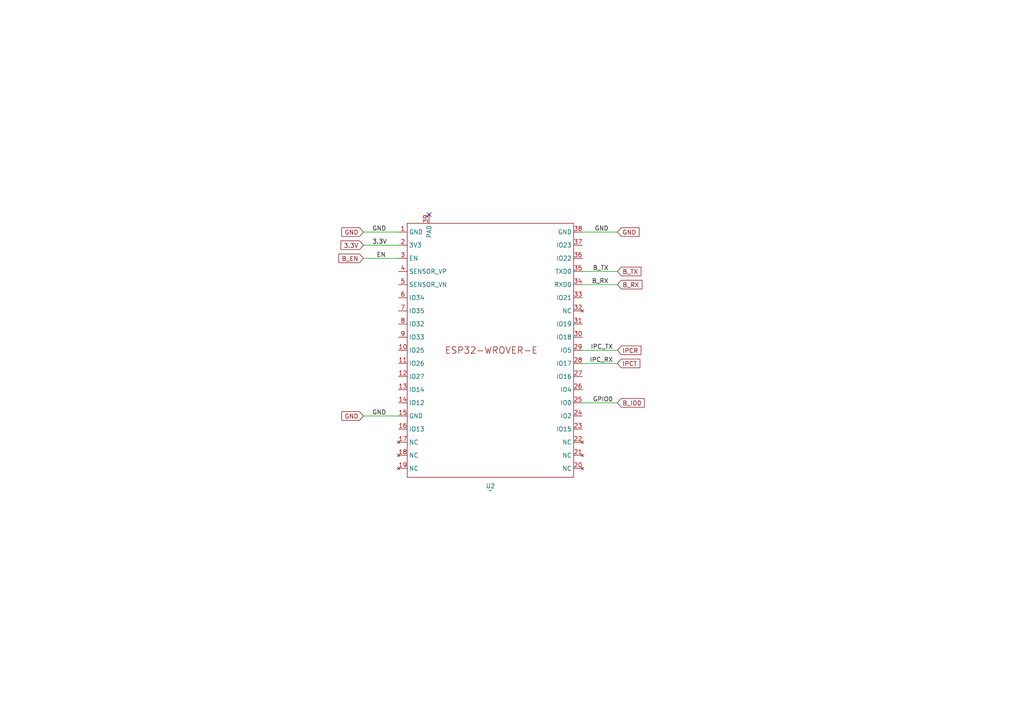
<source format=kicad_sch>
(kicad_sch (version 20231120) (generator "eeschema") (generator_version "8.0")
  (paper "A4")
  (lib_symbols
    (symbol "Camera_Components:esp32-wrover-e"
      (property "Reference" "U" (at 0 0 0))
      (symbol "esp32-wrover-e_0_1"
        (rectangle (start 17.78 81.28) (end 66.04 7.62))
      )
      (symbol "esp32-wrover-e_1_1"
        (text "ESP32-WROVER-E" (at 42.164 44.45 0) (effects (font (size 1.905 1.905))))
        (pin input line (at 15.24 78.74 0) (length 2.54) (name "GND") (number "1"))
        (pin bidirectional line (at 15.24 44.45 0) (length 2.54) (name "IO25") (number "10"))
        (pin bidirectional line (at 15.24 40.64 0) (length 2.54) (name "IO26") (number "11"))
        (pin bidirectional line (at 15.24 36.83 0) (length 2.54) (name "IO27") (number "12"))
        (pin bidirectional line (at 15.24 33.02 0) (length 2.54) (name "IO14") (number "13"))
        (pin bidirectional line (at 15.24 29.21 0) (length 2.54) (name "IO12") (number "14"))
        (pin input line (at 15.24 25.4 0) (length 2.54) (name "GND") (number "15"))
        (pin bidirectional line (at 15.24 21.59 0) (length 2.54) (name "IO13") (number "16"))
        (pin no_connect line (at 15.24 17.78 0) (length 2.54) (name "NC") (number "17"))
        (pin no_connect line (at 15.24 13.97 0) (length 2.54) (name "NC") (number "18"))
        (pin no_connect line (at 15.24 10.16 0) (length 2.54) (name "NC") (number "19"))
        (pin power_in line (at 15.24 74.93 0) (length 2.54) (name "3V3") (number "2"))
        (pin no_connect line (at 68.58 10.16 180) (length 2.54) (name "NC") (number "20"))
        (pin no_connect line (at 68.58 13.97 180) (length 2.54) (name "NC") (number "21"))
        (pin no_connect line (at 68.58 17.78 180) (length 2.54) (name "NC") (number "22"))
        (pin bidirectional line (at 68.58 21.59 180) (length 2.54) (name "IO15") (number "23"))
        (pin bidirectional line (at 68.58 25.4 180) (length 2.54) (name "IO2") (number "24"))
        (pin bidirectional line (at 68.58 29.21 180) (length 2.54) (name "IO0") (number "25"))
        (pin bidirectional line (at 68.58 33.02 180) (length 2.54) (name "IO4") (number "26"))
        (pin bidirectional line (at 68.58 36.83 180) (length 2.54) (name "IO16") (number "27"))
        (pin bidirectional line (at 68.58 40.64 180) (length 2.54) (name "IO17") (number "28"))
        (pin bidirectional line (at 68.58 44.45 180) (length 2.54) (name "IO5") (number "29"))
        (pin input line (at 15.24 71.12 0) (length 2.54) (name "EN") (number "3"))
        (pin bidirectional line (at 68.58 48.26 180) (length 2.54) (name "IO18") (number "30"))
        (pin bidirectional line (at 68.58 52.07 180) (length 2.54) (name "IO19") (number "31"))
        (pin no_connect line (at 68.58 55.88 180) (length 2.54) (name "NC") (number "32"))
        (pin bidirectional line (at 68.58 59.69 180) (length 2.54) (name "IO21") (number "33"))
        (pin input line (at 68.58 63.5 180) (length 2.54) (name "RXD0") (number "34"))
        (pin output line (at 68.58 67.31 180) (length 2.54) (name "TXD0") (number "35"))
        (pin bidirectional line (at 68.58 71.12 180) (length 2.54) (name "IO22") (number "36"))
        (pin bidirectional line (at 68.58 74.93 180) (length 2.54) (name "IO23") (number "37"))
        (pin input line (at 68.58 78.74 180) (length 2.54) (name "GND") (number "38"))
        (pin bidirectional line (at 24.13 83.82 270) (length 2.54) (name "PAD") (number "39"))
        (pin input line (at 15.24 67.31 0) (length 2.54) (name "SENSOR_VP") (number "4"))
        (pin input line (at 15.24 63.5 0) (length 2.54) (name "SENSOR_VN") (number "5"))
        (pin bidirectional line (at 15.24 59.69 0) (length 2.54) (name "IO34") (number "6"))
        (pin bidirectional line (at 15.24 55.88 0) (length 2.54) (name "IO35") (number "7"))
        (pin bidirectional line (at 15.24 52.07 0) (length 2.54) (name "IO32") (number "8"))
        (pin bidirectional line (at 15.24 48.26 0) (length 2.54) (name "IO33") (number "9"))
      )
    )
  )
  (no_connect (at 124.46 62.23))
  (wire (pts (xy 105.41 120.65) (xy 115.57 120.65)))
  (wire (pts (xy 105.41 67.31) (xy 115.57 67.31)))
  (wire (pts (xy 105.41 71.12) (xy 115.57 71.12)))
  (wire (pts (xy 179.07 105.41) (xy 168.91 105.41)))
  (wire (pts (xy 168.91 78.74) (xy 179.07 78.74)))
  (wire (pts (xy 168.91 116.84) (xy 179.07 116.84)))
  (wire (pts (xy 168.91 82.55) (xy 179.07 82.55)))
  (wire (pts (xy 105.41 74.93) (xy 115.57 74.93)))
  (wire (pts (xy 168.91 67.31) (xy 179.07 67.31)))
  (wire (pts (xy 168.91 101.6) (xy 179.07 101.6)))
  (label "B_RX" (at 176.53 82.55 180))
  (label "GND" (at 107.95 120.65 0))
  (label "GPIO0" (at 177.8 116.84 180))
  (label "GND" (at 107.95 67.31 0))
  (label "B_TX" (at 176.53 78.74 180))
  (label "EN" (at 109.22 74.93 0))
  (label "IPC_RX" (at 177.8 105.41 180))
  (label "GND" (at 176.53 67.31 180))
  (label "3.3V" (at 107.95 71.12 0))
  (label "IPC_TX" (at 177.8 101.6 180))
  (global_label "IPCT" (shape input) (at 179.07 105.41 0) (property "Intersheetrefs" "${INTERSHEET_REFS}" (effects (hide yes))))
  (global_label "IPCR" (shape input) (at 179.07 101.6 0) (property "Intersheetrefs" "${INTERSHEET_REFS}" (effects (hide yes))))
  (global_label "B_IO0" (shape input) (at 179.07 116.84 0) (property "Intersheetrefs" "${INTERSHEET_REFS}" (effects (hide yes))))
  (global_label "B_TX" (shape input) (at 179.07 78.74 0) (property "Intersheetrefs" "${INTERSHEET_REFS}" (effects (hide yes))))
  (global_label "GND" (shape input) (at 105.41 120.65 180) (property "Intersheetrefs" "${INTERSHEET_REFS}" (effects (hide yes))))
  (global_label "3.3V" (shape input) (at 105.41 71.12 180) (property "Intersheetrefs" "${INTERSHEET_REFS}" (effects (hide yes))))
  (global_label "B_EN" (shape input) (at 105.41 74.93 180) (property "Intersheetrefs" "${INTERSHEET_REFS}" (effects (hide yes))))
  (global_label "GND" (shape input) (at 105.41 67.31 180) (property "Intersheetrefs" "${INTERSHEET_REFS}" (effects (hide yes))))
  (global_label "GND" (shape input) (at 179.07 67.31 0) (property "Intersheetrefs" "${INTERSHEET_REFS}" (effects (hide yes))))
  (global_label "B_RX" (shape input) (at 179.07 82.55 0) (property "Intersheetrefs" "${INTERSHEET_REFS}" (effects (hide yes))))
  (symbol (lib_id "Camera_Components:esp32-wrover-e") (at 100.33 146.05 0) (unit 1)
    (property "Reference" "U2" (at 142.24 140.97 0))
    (property "Value" "~" (at 142.24 142.24 0))
    (property "Footprint" "PCM_Espressif:ESP32-WROVER-E" (effects (hide yes)))
  )
)
</source>
